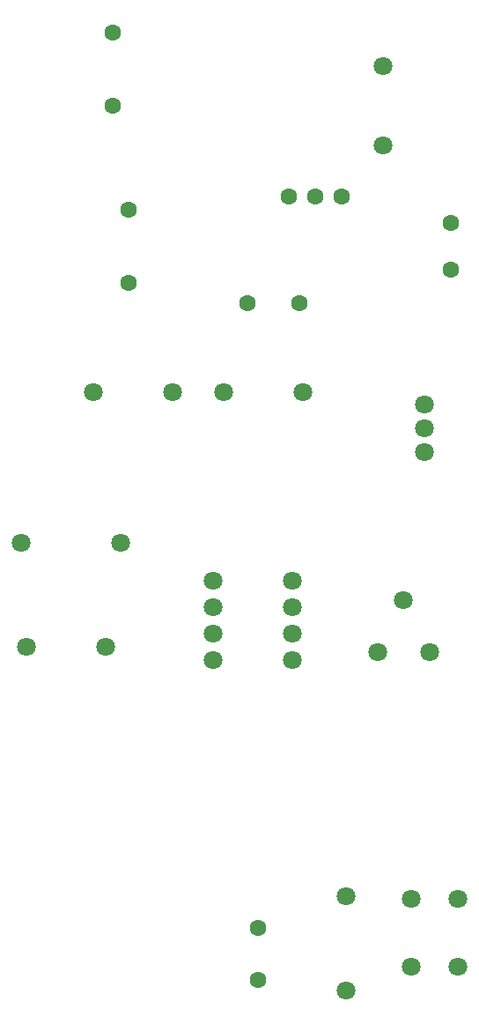
<source format=gts>
G04*
G04 #@! TF.GenerationSoftware,Altium Limited,Altium Designer,23.0.1 (38)*
G04*
G04 Layer_Color=8388736*
%FSLAX44Y44*%
%MOMM*%
G71*
G04*
G04 #@! TF.SameCoordinates,AC91A941-50EC-41E1-A27D-3A9DBE1CF2D1*
G04*
G04*
G04 #@! TF.FilePolarity,Negative*
G04*
G01*
G75*
%ADD17C,1.8032*%
%ADD18C,1.6000*%
D17*
X665000Y470000D02*
D03*
Y380000D02*
D03*
X448100Y810000D02*
D03*
X727500Y402500D02*
D03*
X772499D02*
D03*
Y467499D02*
D03*
X727500D02*
D03*
X700000Y1191900D02*
D03*
Y1268100D02*
D03*
X546900Y955000D02*
D03*
X623100D02*
D03*
X433100Y710000D02*
D03*
X356900D02*
D03*
X536900Y773100D02*
D03*
Y747700D02*
D03*
Y722300D02*
D03*
Y696900D02*
D03*
X613100Y773100D02*
D03*
Y747700D02*
D03*
Y722300D02*
D03*
Y696900D02*
D03*
X740000Y897300D02*
D03*
Y920000D02*
D03*
Y942700D02*
D03*
X351900Y810000D02*
D03*
X498100Y955001D02*
D03*
X421900D02*
D03*
X745000Y705000D02*
D03*
X720000Y755000D02*
D03*
X695000Y705000D02*
D03*
D18*
X765250Y1072500D02*
D03*
Y1117500D02*
D03*
X455250Y1060000D02*
D03*
Y1130000D02*
D03*
X609600Y1142675D02*
D03*
X635000D02*
D03*
X660400D02*
D03*
X440000Y1300000D02*
D03*
Y1230000D02*
D03*
X570000Y1040000D02*
D03*
X620000D02*
D03*
X580000Y440000D02*
D03*
Y390000D02*
D03*
M02*

</source>
